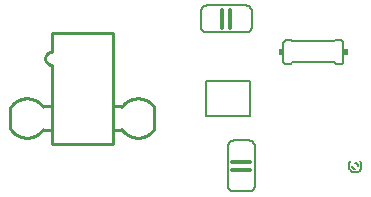
<source format=gto>
G75*
%MOIN*%
%OFA0B0*%
%FSLAX25Y25*%
%IPPOS*%
%LPD*%
%AMOC8*
5,1,8,0,0,1.08239X$1,22.5*
%
%ADD10C,0.00600*%
%ADD11C,0.01200*%
%ADD12R,0.01500X0.02000*%
%ADD13C,0.00500*%
%ADD14C,0.01000*%
D10*
X0074109Y0063800D02*
X0074109Y0076800D01*
X0074111Y0076887D01*
X0074117Y0076974D01*
X0074126Y0077061D01*
X0074139Y0077147D01*
X0074156Y0077233D01*
X0074177Y0077318D01*
X0074202Y0077401D01*
X0074230Y0077484D01*
X0074261Y0077565D01*
X0074296Y0077645D01*
X0074335Y0077723D01*
X0074377Y0077800D01*
X0074422Y0077875D01*
X0074471Y0077947D01*
X0074522Y0078018D01*
X0074577Y0078086D01*
X0074634Y0078151D01*
X0074695Y0078214D01*
X0074758Y0078275D01*
X0074823Y0078332D01*
X0074891Y0078387D01*
X0074962Y0078438D01*
X0075034Y0078487D01*
X0075109Y0078532D01*
X0075186Y0078574D01*
X0075264Y0078613D01*
X0075344Y0078648D01*
X0075425Y0078679D01*
X0075508Y0078707D01*
X0075591Y0078732D01*
X0075676Y0078753D01*
X0075762Y0078770D01*
X0075848Y0078783D01*
X0075935Y0078792D01*
X0076022Y0078798D01*
X0076109Y0078800D01*
X0081109Y0078800D01*
X0081196Y0078798D01*
X0081283Y0078792D01*
X0081370Y0078783D01*
X0081456Y0078770D01*
X0081542Y0078753D01*
X0081627Y0078732D01*
X0081710Y0078707D01*
X0081793Y0078679D01*
X0081874Y0078648D01*
X0081954Y0078613D01*
X0082032Y0078574D01*
X0082109Y0078532D01*
X0082184Y0078487D01*
X0082256Y0078438D01*
X0082327Y0078387D01*
X0082395Y0078332D01*
X0082460Y0078275D01*
X0082523Y0078214D01*
X0082584Y0078151D01*
X0082641Y0078086D01*
X0082696Y0078018D01*
X0082747Y0077947D01*
X0082796Y0077875D01*
X0082841Y0077800D01*
X0082883Y0077723D01*
X0082922Y0077645D01*
X0082957Y0077565D01*
X0082988Y0077484D01*
X0083016Y0077401D01*
X0083041Y0077318D01*
X0083062Y0077233D01*
X0083079Y0077147D01*
X0083092Y0077061D01*
X0083101Y0076974D01*
X0083107Y0076887D01*
X0083109Y0076800D01*
X0083109Y0063800D01*
X0083107Y0063713D01*
X0083101Y0063626D01*
X0083092Y0063539D01*
X0083079Y0063453D01*
X0083062Y0063367D01*
X0083041Y0063282D01*
X0083016Y0063199D01*
X0082988Y0063116D01*
X0082957Y0063035D01*
X0082922Y0062955D01*
X0082883Y0062877D01*
X0082841Y0062800D01*
X0082796Y0062725D01*
X0082747Y0062653D01*
X0082696Y0062582D01*
X0082641Y0062514D01*
X0082584Y0062449D01*
X0082523Y0062386D01*
X0082460Y0062325D01*
X0082395Y0062268D01*
X0082327Y0062213D01*
X0082256Y0062162D01*
X0082184Y0062113D01*
X0082109Y0062068D01*
X0082032Y0062026D01*
X0081954Y0061987D01*
X0081874Y0061952D01*
X0081793Y0061921D01*
X0081710Y0061893D01*
X0081627Y0061868D01*
X0081542Y0061847D01*
X0081456Y0061830D01*
X0081370Y0061817D01*
X0081283Y0061808D01*
X0081196Y0061802D01*
X0081109Y0061800D01*
X0076109Y0061800D01*
X0076022Y0061802D01*
X0075935Y0061808D01*
X0075848Y0061817D01*
X0075762Y0061830D01*
X0075676Y0061847D01*
X0075591Y0061868D01*
X0075508Y0061893D01*
X0075425Y0061921D01*
X0075344Y0061952D01*
X0075264Y0061987D01*
X0075186Y0062026D01*
X0075109Y0062068D01*
X0075034Y0062113D01*
X0074962Y0062162D01*
X0074891Y0062213D01*
X0074823Y0062268D01*
X0074758Y0062325D01*
X0074695Y0062386D01*
X0074634Y0062449D01*
X0074577Y0062514D01*
X0074522Y0062582D01*
X0074471Y0062653D01*
X0074422Y0062725D01*
X0074377Y0062800D01*
X0074335Y0062877D01*
X0074296Y0062955D01*
X0074261Y0063035D01*
X0074230Y0063116D01*
X0074202Y0063199D01*
X0074177Y0063282D01*
X0074156Y0063367D01*
X0074139Y0063453D01*
X0074126Y0063539D01*
X0074117Y0063626D01*
X0074111Y0063713D01*
X0074109Y0063800D01*
X0114609Y0069300D02*
X0114609Y0071300D01*
X0115109Y0071800D01*
X0115109Y0068800D02*
X0115174Y0068738D01*
X0115242Y0068678D01*
X0115312Y0068622D01*
X0115384Y0068568D01*
X0115459Y0068518D01*
X0115536Y0068471D01*
X0115614Y0068427D01*
X0115695Y0068386D01*
X0115777Y0068349D01*
X0115860Y0068316D01*
X0115945Y0068286D01*
X0116031Y0068259D01*
X0116118Y0068237D01*
X0116206Y0068218D01*
X0116295Y0068202D01*
X0116384Y0068191D01*
X0116474Y0068183D01*
X0116564Y0068179D01*
X0116654Y0068179D01*
X0116744Y0068183D01*
X0116834Y0068191D01*
X0116923Y0068202D01*
X0117012Y0068218D01*
X0117100Y0068237D01*
X0117187Y0068259D01*
X0117273Y0068286D01*
X0117358Y0068316D01*
X0117441Y0068349D01*
X0117523Y0068386D01*
X0117604Y0068427D01*
X0117682Y0068471D01*
X0117759Y0068518D01*
X0117834Y0068568D01*
X0117906Y0068622D01*
X0117976Y0068678D01*
X0118044Y0068738D01*
X0118109Y0068800D01*
X0118609Y0069300D01*
X0118609Y0071300D01*
X0118109Y0071800D01*
X0117609Y0070300D02*
X0117607Y0070360D01*
X0117602Y0070421D01*
X0117593Y0070480D01*
X0117580Y0070539D01*
X0117564Y0070598D01*
X0117544Y0070655D01*
X0117521Y0070710D01*
X0117494Y0070765D01*
X0117465Y0070817D01*
X0117432Y0070868D01*
X0117396Y0070917D01*
X0117358Y0070963D01*
X0117316Y0071007D01*
X0117272Y0071049D01*
X0117226Y0071087D01*
X0117177Y0071123D01*
X0117126Y0071156D01*
X0117074Y0071185D01*
X0117019Y0071212D01*
X0116964Y0071235D01*
X0116907Y0071255D01*
X0116848Y0071271D01*
X0116789Y0071284D01*
X0116730Y0071293D01*
X0116669Y0071298D01*
X0116609Y0071300D01*
X0115609Y0070300D02*
X0115611Y0070240D01*
X0115616Y0070179D01*
X0115625Y0070120D01*
X0115638Y0070061D01*
X0115654Y0070002D01*
X0115674Y0069945D01*
X0115697Y0069890D01*
X0115724Y0069835D01*
X0115753Y0069783D01*
X0115786Y0069732D01*
X0115822Y0069683D01*
X0115860Y0069637D01*
X0115902Y0069593D01*
X0115946Y0069551D01*
X0115992Y0069513D01*
X0116041Y0069477D01*
X0116092Y0069444D01*
X0116144Y0069415D01*
X0116199Y0069388D01*
X0116254Y0069365D01*
X0116311Y0069345D01*
X0116370Y0069329D01*
X0116429Y0069316D01*
X0116488Y0069307D01*
X0116549Y0069302D01*
X0116609Y0069300D01*
X0115109Y0068800D02*
X0114609Y0069300D01*
X0111609Y0104300D02*
X0110109Y0104300D01*
X0109609Y0104800D01*
X0095609Y0104800D01*
X0095109Y0104300D01*
X0093609Y0104300D01*
X0093549Y0104302D01*
X0093488Y0104307D01*
X0093429Y0104316D01*
X0093370Y0104329D01*
X0093311Y0104345D01*
X0093254Y0104365D01*
X0093199Y0104388D01*
X0093144Y0104415D01*
X0093092Y0104444D01*
X0093041Y0104477D01*
X0092992Y0104513D01*
X0092946Y0104551D01*
X0092902Y0104593D01*
X0092860Y0104637D01*
X0092822Y0104683D01*
X0092786Y0104732D01*
X0092753Y0104783D01*
X0092724Y0104835D01*
X0092697Y0104890D01*
X0092674Y0104945D01*
X0092654Y0105002D01*
X0092638Y0105061D01*
X0092625Y0105120D01*
X0092616Y0105179D01*
X0092611Y0105240D01*
X0092609Y0105300D01*
X0092609Y0111300D01*
X0092611Y0111360D01*
X0092616Y0111421D01*
X0092625Y0111480D01*
X0092638Y0111539D01*
X0092654Y0111598D01*
X0092674Y0111655D01*
X0092697Y0111710D01*
X0092724Y0111765D01*
X0092753Y0111817D01*
X0092786Y0111868D01*
X0092822Y0111917D01*
X0092860Y0111963D01*
X0092902Y0112007D01*
X0092946Y0112049D01*
X0092992Y0112087D01*
X0093041Y0112123D01*
X0093092Y0112156D01*
X0093144Y0112185D01*
X0093199Y0112212D01*
X0093254Y0112235D01*
X0093311Y0112255D01*
X0093370Y0112271D01*
X0093429Y0112284D01*
X0093488Y0112293D01*
X0093549Y0112298D01*
X0093609Y0112300D01*
X0095109Y0112300D01*
X0095609Y0111800D01*
X0109609Y0111800D01*
X0110109Y0112300D01*
X0111609Y0112300D01*
X0111669Y0112298D01*
X0111730Y0112293D01*
X0111789Y0112284D01*
X0111848Y0112271D01*
X0111907Y0112255D01*
X0111964Y0112235D01*
X0112019Y0112212D01*
X0112074Y0112185D01*
X0112126Y0112156D01*
X0112177Y0112123D01*
X0112226Y0112087D01*
X0112272Y0112049D01*
X0112316Y0112007D01*
X0112358Y0111963D01*
X0112396Y0111917D01*
X0112432Y0111868D01*
X0112465Y0111817D01*
X0112494Y0111765D01*
X0112521Y0111710D01*
X0112544Y0111655D01*
X0112564Y0111598D01*
X0112580Y0111539D01*
X0112593Y0111480D01*
X0112602Y0111421D01*
X0112607Y0111360D01*
X0112609Y0111300D01*
X0112609Y0105300D01*
X0112607Y0105240D01*
X0112602Y0105179D01*
X0112593Y0105120D01*
X0112580Y0105061D01*
X0112564Y0105002D01*
X0112544Y0104945D01*
X0112521Y0104890D01*
X0112494Y0104835D01*
X0112465Y0104783D01*
X0112432Y0104732D01*
X0112396Y0104683D01*
X0112358Y0104637D01*
X0112316Y0104593D01*
X0112272Y0104551D01*
X0112226Y0104513D01*
X0112177Y0104477D01*
X0112126Y0104444D01*
X0112074Y0104415D01*
X0112019Y0104388D01*
X0111964Y0104365D01*
X0111907Y0104345D01*
X0111848Y0104329D01*
X0111789Y0104316D01*
X0111730Y0104307D01*
X0111669Y0104302D01*
X0111609Y0104300D01*
X0082109Y0116800D02*
X0082109Y0121800D01*
X0082107Y0121887D01*
X0082101Y0121974D01*
X0082092Y0122061D01*
X0082079Y0122147D01*
X0082062Y0122233D01*
X0082041Y0122318D01*
X0082016Y0122401D01*
X0081988Y0122484D01*
X0081957Y0122565D01*
X0081922Y0122645D01*
X0081883Y0122723D01*
X0081841Y0122800D01*
X0081796Y0122875D01*
X0081747Y0122947D01*
X0081696Y0123018D01*
X0081641Y0123086D01*
X0081584Y0123151D01*
X0081523Y0123214D01*
X0081460Y0123275D01*
X0081395Y0123332D01*
X0081327Y0123387D01*
X0081256Y0123438D01*
X0081184Y0123487D01*
X0081109Y0123532D01*
X0081032Y0123574D01*
X0080954Y0123613D01*
X0080874Y0123648D01*
X0080793Y0123679D01*
X0080710Y0123707D01*
X0080627Y0123732D01*
X0080542Y0123753D01*
X0080456Y0123770D01*
X0080370Y0123783D01*
X0080283Y0123792D01*
X0080196Y0123798D01*
X0080109Y0123800D01*
X0067109Y0123800D01*
X0067022Y0123798D01*
X0066935Y0123792D01*
X0066848Y0123783D01*
X0066762Y0123770D01*
X0066676Y0123753D01*
X0066591Y0123732D01*
X0066508Y0123707D01*
X0066425Y0123679D01*
X0066344Y0123648D01*
X0066264Y0123613D01*
X0066186Y0123574D01*
X0066109Y0123532D01*
X0066034Y0123487D01*
X0065962Y0123438D01*
X0065891Y0123387D01*
X0065823Y0123332D01*
X0065758Y0123275D01*
X0065695Y0123214D01*
X0065634Y0123151D01*
X0065577Y0123086D01*
X0065522Y0123018D01*
X0065471Y0122947D01*
X0065422Y0122875D01*
X0065377Y0122800D01*
X0065335Y0122723D01*
X0065296Y0122645D01*
X0065261Y0122565D01*
X0065230Y0122484D01*
X0065202Y0122401D01*
X0065177Y0122318D01*
X0065156Y0122233D01*
X0065139Y0122147D01*
X0065126Y0122061D01*
X0065117Y0121974D01*
X0065111Y0121887D01*
X0065109Y0121800D01*
X0065109Y0116800D01*
X0065111Y0116713D01*
X0065117Y0116626D01*
X0065126Y0116539D01*
X0065139Y0116453D01*
X0065156Y0116367D01*
X0065177Y0116282D01*
X0065202Y0116199D01*
X0065230Y0116116D01*
X0065261Y0116035D01*
X0065296Y0115955D01*
X0065335Y0115877D01*
X0065377Y0115800D01*
X0065422Y0115725D01*
X0065471Y0115653D01*
X0065522Y0115582D01*
X0065577Y0115514D01*
X0065634Y0115449D01*
X0065695Y0115386D01*
X0065758Y0115325D01*
X0065823Y0115268D01*
X0065891Y0115213D01*
X0065962Y0115162D01*
X0066034Y0115113D01*
X0066109Y0115068D01*
X0066186Y0115026D01*
X0066264Y0114987D01*
X0066344Y0114952D01*
X0066425Y0114921D01*
X0066508Y0114893D01*
X0066591Y0114868D01*
X0066676Y0114847D01*
X0066762Y0114830D01*
X0066848Y0114817D01*
X0066935Y0114808D01*
X0067022Y0114802D01*
X0067109Y0114800D01*
X0080109Y0114800D01*
X0080196Y0114802D01*
X0080283Y0114808D01*
X0080370Y0114817D01*
X0080456Y0114830D01*
X0080542Y0114847D01*
X0080627Y0114868D01*
X0080710Y0114893D01*
X0080793Y0114921D01*
X0080874Y0114952D01*
X0080954Y0114987D01*
X0081032Y0115026D01*
X0081109Y0115068D01*
X0081184Y0115113D01*
X0081256Y0115162D01*
X0081327Y0115213D01*
X0081395Y0115268D01*
X0081460Y0115325D01*
X0081523Y0115386D01*
X0081584Y0115449D01*
X0081641Y0115514D01*
X0081696Y0115582D01*
X0081747Y0115653D01*
X0081796Y0115725D01*
X0081841Y0115800D01*
X0081883Y0115877D01*
X0081922Y0115955D01*
X0081957Y0116035D01*
X0081988Y0116116D01*
X0082016Y0116199D01*
X0082041Y0116282D01*
X0082062Y0116367D01*
X0082079Y0116453D01*
X0082092Y0116539D01*
X0082101Y0116626D01*
X0082107Y0116713D01*
X0082109Y0116800D01*
D11*
X0074809Y0116300D02*
X0074809Y0122300D01*
X0072309Y0122300D02*
X0072309Y0116300D01*
X0075609Y0071500D02*
X0081609Y0071500D01*
X0081609Y0069000D02*
X0075609Y0069000D01*
D12*
X0091859Y0108300D03*
X0113359Y0108300D03*
D13*
X0081617Y0098749D02*
X0081617Y0086938D01*
X0066854Y0086938D01*
X0066854Y0098749D01*
X0081617Y0098749D01*
D14*
X0049625Y0089788D02*
X0049625Y0082702D01*
X0049624Y0089788D02*
X0049536Y0089921D01*
X0049445Y0090052D01*
X0049351Y0090181D01*
X0049253Y0090308D01*
X0049153Y0090432D01*
X0049049Y0090553D01*
X0048943Y0090672D01*
X0048833Y0090789D01*
X0048721Y0090903D01*
X0048606Y0091014D01*
X0048489Y0091122D01*
X0048369Y0091227D01*
X0048246Y0091329D01*
X0048121Y0091428D01*
X0047993Y0091524D01*
X0047863Y0091617D01*
X0047731Y0091707D01*
X0047597Y0091794D01*
X0047461Y0091877D01*
X0047322Y0091957D01*
X0047182Y0092034D01*
X0047040Y0092107D01*
X0046897Y0092176D01*
X0046751Y0092242D01*
X0046604Y0092305D01*
X0046456Y0092364D01*
X0046306Y0092419D01*
X0046155Y0092471D01*
X0046002Y0092519D01*
X0045849Y0092563D01*
X0045694Y0092603D01*
X0045539Y0092640D01*
X0045383Y0092673D01*
X0045226Y0092702D01*
X0045068Y0092727D01*
X0044910Y0092748D01*
X0044751Y0092766D01*
X0044592Y0092779D01*
X0044432Y0092789D01*
X0044273Y0092795D01*
X0044113Y0092797D01*
X0043953Y0092795D01*
X0043794Y0092789D01*
X0043634Y0092779D01*
X0043475Y0092766D01*
X0043316Y0092748D01*
X0043158Y0092727D01*
X0043000Y0092702D01*
X0042843Y0092673D01*
X0042687Y0092640D01*
X0042532Y0092603D01*
X0042377Y0092563D01*
X0042224Y0092519D01*
X0042071Y0092471D01*
X0041920Y0092419D01*
X0041770Y0092364D01*
X0041622Y0092305D01*
X0041475Y0092242D01*
X0041329Y0092176D01*
X0041186Y0092107D01*
X0041044Y0092034D01*
X0040904Y0091957D01*
X0040765Y0091877D01*
X0040629Y0091794D01*
X0040495Y0091707D01*
X0040363Y0091617D01*
X0040233Y0091524D01*
X0040105Y0091428D01*
X0039980Y0091329D01*
X0039857Y0091227D01*
X0039737Y0091122D01*
X0039620Y0091014D01*
X0039505Y0090903D01*
X0039393Y0090789D01*
X0039283Y0090672D01*
X0039177Y0090553D01*
X0039073Y0090432D01*
X0038973Y0090308D01*
X0038875Y0090181D01*
X0038781Y0090052D01*
X0038690Y0089921D01*
X0038602Y0089788D01*
X0038995Y0090182D02*
X0036239Y0090182D01*
X0036239Y0082308D02*
X0038995Y0082308D01*
X0035846Y0077583D02*
X0035846Y0114591D01*
X0015373Y0114591D01*
X0015373Y0108292D01*
X0015281Y0108290D01*
X0015189Y0108284D01*
X0015098Y0108274D01*
X0015007Y0108261D01*
X0014917Y0108243D01*
X0014827Y0108222D01*
X0014739Y0108197D01*
X0014652Y0108168D01*
X0014566Y0108136D01*
X0014481Y0108100D01*
X0014398Y0108060D01*
X0014317Y0108017D01*
X0014238Y0107971D01*
X0014161Y0107921D01*
X0014086Y0107868D01*
X0014013Y0107811D01*
X0013943Y0107752D01*
X0013875Y0107690D01*
X0013810Y0107625D01*
X0013748Y0107557D01*
X0013689Y0107487D01*
X0013632Y0107414D01*
X0013579Y0107339D01*
X0013529Y0107262D01*
X0013483Y0107183D01*
X0013440Y0107102D01*
X0013400Y0107019D01*
X0013364Y0106934D01*
X0013332Y0106848D01*
X0013303Y0106761D01*
X0013278Y0106673D01*
X0013257Y0106583D01*
X0013239Y0106493D01*
X0013226Y0106402D01*
X0013216Y0106311D01*
X0013210Y0106219D01*
X0013208Y0106127D01*
X0013210Y0106035D01*
X0013216Y0105943D01*
X0013226Y0105852D01*
X0013239Y0105761D01*
X0013257Y0105671D01*
X0013278Y0105581D01*
X0013303Y0105493D01*
X0013332Y0105406D01*
X0013364Y0105320D01*
X0013400Y0105235D01*
X0013440Y0105152D01*
X0013483Y0105071D01*
X0013529Y0104992D01*
X0013579Y0104915D01*
X0013632Y0104840D01*
X0013689Y0104767D01*
X0013748Y0104697D01*
X0013810Y0104629D01*
X0013875Y0104564D01*
X0013943Y0104502D01*
X0014013Y0104443D01*
X0014086Y0104386D01*
X0014161Y0104333D01*
X0014238Y0104283D01*
X0014317Y0104237D01*
X0014398Y0104194D01*
X0014481Y0104154D01*
X0014566Y0104118D01*
X0014652Y0104086D01*
X0014739Y0104057D01*
X0014827Y0104032D01*
X0014917Y0104011D01*
X0015007Y0103993D01*
X0015098Y0103980D01*
X0015189Y0103970D01*
X0015281Y0103964D01*
X0015373Y0103962D01*
X0015373Y0103961D02*
X0015373Y0077583D01*
X0035846Y0077583D01*
X0038602Y0082702D02*
X0038690Y0082569D01*
X0038781Y0082438D01*
X0038875Y0082309D01*
X0038973Y0082182D01*
X0039073Y0082058D01*
X0039177Y0081937D01*
X0039283Y0081818D01*
X0039393Y0081701D01*
X0039505Y0081587D01*
X0039620Y0081476D01*
X0039737Y0081368D01*
X0039857Y0081263D01*
X0039980Y0081161D01*
X0040105Y0081062D01*
X0040233Y0080966D01*
X0040363Y0080873D01*
X0040495Y0080783D01*
X0040629Y0080696D01*
X0040765Y0080613D01*
X0040904Y0080533D01*
X0041044Y0080456D01*
X0041186Y0080383D01*
X0041329Y0080314D01*
X0041475Y0080248D01*
X0041622Y0080185D01*
X0041770Y0080126D01*
X0041920Y0080071D01*
X0042071Y0080019D01*
X0042224Y0079971D01*
X0042377Y0079927D01*
X0042532Y0079887D01*
X0042687Y0079850D01*
X0042843Y0079817D01*
X0043000Y0079788D01*
X0043158Y0079763D01*
X0043316Y0079742D01*
X0043475Y0079724D01*
X0043634Y0079711D01*
X0043794Y0079701D01*
X0043953Y0079695D01*
X0044113Y0079693D01*
X0044273Y0079695D01*
X0044432Y0079701D01*
X0044592Y0079711D01*
X0044751Y0079724D01*
X0044910Y0079742D01*
X0045068Y0079763D01*
X0045226Y0079788D01*
X0045383Y0079817D01*
X0045539Y0079850D01*
X0045694Y0079887D01*
X0045849Y0079927D01*
X0046002Y0079971D01*
X0046155Y0080019D01*
X0046306Y0080071D01*
X0046456Y0080126D01*
X0046604Y0080185D01*
X0046751Y0080248D01*
X0046897Y0080314D01*
X0047040Y0080383D01*
X0047182Y0080456D01*
X0047322Y0080533D01*
X0047461Y0080613D01*
X0047597Y0080696D01*
X0047731Y0080783D01*
X0047863Y0080873D01*
X0047993Y0080966D01*
X0048121Y0081062D01*
X0048246Y0081161D01*
X0048369Y0081263D01*
X0048489Y0081368D01*
X0048606Y0081476D01*
X0048721Y0081587D01*
X0048833Y0081701D01*
X0048943Y0081818D01*
X0049049Y0081937D01*
X0049153Y0082058D01*
X0049253Y0082182D01*
X0049351Y0082309D01*
X0049445Y0082438D01*
X0049536Y0082569D01*
X0049624Y0082702D01*
X0014980Y0082308D02*
X0012224Y0082308D01*
X0012617Y0089788D02*
X0012529Y0089921D01*
X0012438Y0090052D01*
X0012344Y0090181D01*
X0012246Y0090308D01*
X0012146Y0090432D01*
X0012042Y0090553D01*
X0011936Y0090672D01*
X0011826Y0090789D01*
X0011714Y0090903D01*
X0011599Y0091014D01*
X0011482Y0091122D01*
X0011362Y0091227D01*
X0011239Y0091329D01*
X0011114Y0091428D01*
X0010986Y0091524D01*
X0010856Y0091617D01*
X0010724Y0091707D01*
X0010590Y0091794D01*
X0010454Y0091877D01*
X0010315Y0091957D01*
X0010175Y0092034D01*
X0010033Y0092107D01*
X0009890Y0092176D01*
X0009744Y0092242D01*
X0009597Y0092305D01*
X0009449Y0092364D01*
X0009299Y0092419D01*
X0009148Y0092471D01*
X0008995Y0092519D01*
X0008842Y0092563D01*
X0008687Y0092603D01*
X0008532Y0092640D01*
X0008376Y0092673D01*
X0008219Y0092702D01*
X0008061Y0092727D01*
X0007903Y0092748D01*
X0007744Y0092766D01*
X0007585Y0092779D01*
X0007425Y0092789D01*
X0007266Y0092795D01*
X0007106Y0092797D01*
X0006946Y0092795D01*
X0006787Y0092789D01*
X0006627Y0092779D01*
X0006468Y0092766D01*
X0006309Y0092748D01*
X0006151Y0092727D01*
X0005993Y0092702D01*
X0005836Y0092673D01*
X0005680Y0092640D01*
X0005525Y0092603D01*
X0005370Y0092563D01*
X0005217Y0092519D01*
X0005064Y0092471D01*
X0004913Y0092419D01*
X0004763Y0092364D01*
X0004615Y0092305D01*
X0004468Y0092242D01*
X0004322Y0092176D01*
X0004179Y0092107D01*
X0004037Y0092034D01*
X0003897Y0091957D01*
X0003758Y0091877D01*
X0003622Y0091794D01*
X0003488Y0091707D01*
X0003356Y0091617D01*
X0003226Y0091524D01*
X0003098Y0091428D01*
X0002973Y0091329D01*
X0002850Y0091227D01*
X0002730Y0091122D01*
X0002613Y0091014D01*
X0002498Y0090903D01*
X0002386Y0090789D01*
X0002276Y0090672D01*
X0002170Y0090553D01*
X0002066Y0090432D01*
X0001966Y0090308D01*
X0001868Y0090181D01*
X0001774Y0090052D01*
X0001683Y0089921D01*
X0001595Y0089788D01*
X0001594Y0089788D02*
X0001594Y0082702D01*
X0001595Y0082702D02*
X0001683Y0082569D01*
X0001774Y0082438D01*
X0001868Y0082309D01*
X0001966Y0082182D01*
X0002066Y0082058D01*
X0002170Y0081937D01*
X0002276Y0081818D01*
X0002386Y0081701D01*
X0002498Y0081587D01*
X0002613Y0081476D01*
X0002730Y0081368D01*
X0002850Y0081263D01*
X0002973Y0081161D01*
X0003098Y0081062D01*
X0003226Y0080966D01*
X0003356Y0080873D01*
X0003488Y0080783D01*
X0003622Y0080696D01*
X0003758Y0080613D01*
X0003897Y0080533D01*
X0004037Y0080456D01*
X0004179Y0080383D01*
X0004322Y0080314D01*
X0004468Y0080248D01*
X0004615Y0080185D01*
X0004763Y0080126D01*
X0004913Y0080071D01*
X0005064Y0080019D01*
X0005217Y0079971D01*
X0005370Y0079927D01*
X0005525Y0079887D01*
X0005680Y0079850D01*
X0005836Y0079817D01*
X0005993Y0079788D01*
X0006151Y0079763D01*
X0006309Y0079742D01*
X0006468Y0079724D01*
X0006627Y0079711D01*
X0006787Y0079701D01*
X0006946Y0079695D01*
X0007106Y0079693D01*
X0007266Y0079695D01*
X0007425Y0079701D01*
X0007585Y0079711D01*
X0007744Y0079724D01*
X0007903Y0079742D01*
X0008061Y0079763D01*
X0008219Y0079788D01*
X0008376Y0079817D01*
X0008532Y0079850D01*
X0008687Y0079887D01*
X0008842Y0079927D01*
X0008995Y0079971D01*
X0009148Y0080019D01*
X0009299Y0080071D01*
X0009449Y0080126D01*
X0009597Y0080185D01*
X0009744Y0080248D01*
X0009890Y0080314D01*
X0010033Y0080383D01*
X0010175Y0080456D01*
X0010315Y0080533D01*
X0010454Y0080613D01*
X0010590Y0080696D01*
X0010724Y0080783D01*
X0010856Y0080873D01*
X0010986Y0080966D01*
X0011114Y0081062D01*
X0011239Y0081161D01*
X0011362Y0081263D01*
X0011482Y0081368D01*
X0011599Y0081476D01*
X0011714Y0081587D01*
X0011826Y0081701D01*
X0011936Y0081818D01*
X0012042Y0081937D01*
X0012146Y0082058D01*
X0012246Y0082182D01*
X0012344Y0082309D01*
X0012438Y0082438D01*
X0012529Y0082569D01*
X0012617Y0082702D01*
X0012224Y0090182D02*
X0014980Y0090182D01*
M02*

</source>
